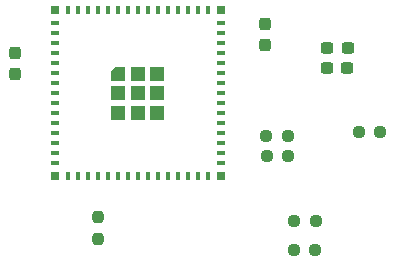
<source format=gbr>
%TF.GenerationSoftware,KiCad,Pcbnew,8.0.6*%
%TF.CreationDate,2025-02-02T15:37:03-07:00*%
%TF.ProjectId,Modular MacroPad,4d6f6475-6c61-4722-904d-6163726f5061,rev?*%
%TF.SameCoordinates,Original*%
%TF.FileFunction,Paste,Top*%
%TF.FilePolarity,Positive*%
%FSLAX46Y46*%
G04 Gerber Fmt 4.6, Leading zero omitted, Abs format (unit mm)*
G04 Created by KiCad (PCBNEW 8.0.6) date 2025-02-02 15:37:03*
%MOMM*%
%LPD*%
G01*
G04 APERTURE LIST*
G04 Aperture macros list*
%AMRoundRect*
0 Rectangle with rounded corners*
0 $1 Rounding radius*
0 $2 $3 $4 $5 $6 $7 $8 $9 X,Y pos of 4 corners*
0 Add a 4 corners polygon primitive as box body*
4,1,4,$2,$3,$4,$5,$6,$7,$8,$9,$2,$3,0*
0 Add four circle primitives for the rounded corners*
1,1,$1+$1,$2,$3*
1,1,$1+$1,$4,$5*
1,1,$1+$1,$6,$7*
1,1,$1+$1,$8,$9*
0 Add four rect primitives between the rounded corners*
20,1,$1+$1,$2,$3,$4,$5,0*
20,1,$1+$1,$4,$5,$6,$7,0*
20,1,$1+$1,$6,$7,$8,$9,0*
20,1,$1+$1,$8,$9,$2,$3,0*%
%AMOutline5P*
0 Free polygon, 5 corners , with rotation*
0 The origin of the aperture is its center*
0 number of corners: always 5*
0 $1 to $10 corner X, Y*
0 $11 Rotation angle, in degrees counterclockwise*
0 create outline with 5 corners*
4,1,5,$1,$2,$3,$4,$5,$6,$7,$8,$9,$10,$1,$2,$11*%
%AMOutline6P*
0 Free polygon, 6 corners , with rotation*
0 The origin of the aperture is its center*
0 number of corners: always 6*
0 $1 to $12 corner X, Y*
0 $13 Rotation angle, in degrees counterclockwise*
0 create outline with 6 corners*
4,1,6,$1,$2,$3,$4,$5,$6,$7,$8,$9,$10,$11,$12,$1,$2,$13*%
%AMOutline7P*
0 Free polygon, 7 corners , with rotation*
0 The origin of the aperture is its center*
0 number of corners: always 7*
0 $1 to $14 corner X, Y*
0 $15 Rotation angle, in degrees counterclockwise*
0 create outline with 7 corners*
4,1,7,$1,$2,$3,$4,$5,$6,$7,$8,$9,$10,$11,$12,$13,$14,$1,$2,$15*%
%AMOutline8P*
0 Free polygon, 8 corners , with rotation*
0 The origin of the aperture is its center*
0 number of corners: always 8*
0 $1 to $16 corner X, Y*
0 $17 Rotation angle, in degrees counterclockwise*
0 create outline with 8 corners*
4,1,8,$1,$2,$3,$4,$5,$6,$7,$8,$9,$10,$11,$12,$13,$14,$15,$16,$1,$2,$17*%
G04 Aperture macros list end*
%ADD10RoundRect,0.237500X-0.250000X-0.237500X0.250000X-0.237500X0.250000X0.237500X-0.250000X0.237500X0*%
%ADD11RoundRect,0.237500X-0.237500X0.300000X-0.237500X-0.300000X0.237500X-0.300000X0.237500X0.300000X0*%
%ADD12RoundRect,0.237500X0.250000X0.237500X-0.250000X0.237500X-0.250000X-0.237500X0.250000X-0.237500X0*%
%ADD13R,0.800000X0.800000*%
%ADD14R,1.200000X1.200000*%
%ADD15Outline5P,-0.600000X0.204000X-0.204000X0.600000X0.600000X0.600000X0.600000X-0.600000X-0.600000X-0.600000X0.000000*%
%ADD16R,0.400000X0.800000*%
%ADD17R,0.800000X0.400000*%
%ADD18RoundRect,0.237500X-0.300000X-0.237500X0.300000X-0.237500X0.300000X0.237500X-0.300000X0.237500X0*%
%ADD19RoundRect,0.237500X0.237500X-0.250000X0.237500X0.250000X-0.237500X0.250000X-0.237500X-0.250000X0*%
G04 APERTURE END LIST*
D10*
%TO.C,R19*%
X132448890Y-69111208D03*
X130623890Y-69111208D03*
%TD*%
D11*
%TO.C,C11*%
X128173890Y-51723708D03*
X128173890Y-49998708D03*
%TD*%
D12*
%TO.C,R21*%
X128336390Y-61161208D03*
X130161390Y-61161208D03*
%TD*%
D10*
%TO.C,R18*%
X137956866Y-59109608D03*
X136131866Y-59109608D03*
%TD*%
D13*
%TO.C,U4*%
X124436390Y-48811208D03*
X124436390Y-62811208D03*
X110436390Y-62811208D03*
X110436390Y-48811208D03*
D14*
X119086390Y-57461208D03*
X119086390Y-55811208D03*
X119086390Y-54161208D03*
X117436390Y-57461208D03*
X117436390Y-55811208D03*
X117436390Y-54161208D03*
X115786390Y-57461208D03*
X115786390Y-55811208D03*
D15*
X115786390Y-54161208D03*
D16*
X111486390Y-48811208D03*
X112336390Y-48811208D03*
X113186390Y-48811208D03*
X114036390Y-48811208D03*
X114886390Y-48811208D03*
X115736390Y-48811208D03*
X116586390Y-48811208D03*
X117436390Y-48811208D03*
X118286390Y-48811208D03*
X119136390Y-48811208D03*
X119986390Y-48811208D03*
X120836390Y-48811208D03*
X121686390Y-48811208D03*
X122536390Y-48811208D03*
X123386390Y-48811208D03*
D17*
X124436390Y-49861208D03*
X124436390Y-50711208D03*
X124436390Y-51561208D03*
X124436390Y-52411208D03*
X124436390Y-53261208D03*
X124436390Y-54111208D03*
X124436390Y-54961208D03*
X124436390Y-55811208D03*
X124436390Y-56661208D03*
X124436390Y-57511208D03*
X124436390Y-58361208D03*
X124436390Y-59211208D03*
X124436390Y-60061208D03*
X124436390Y-60911208D03*
X124436390Y-61761208D03*
D16*
X123386390Y-62811208D03*
X122536390Y-62811208D03*
X121686390Y-62811208D03*
X120836390Y-62811208D03*
X119986390Y-62811208D03*
X119136390Y-62811208D03*
X118286390Y-62811208D03*
X117436390Y-62811208D03*
X116586390Y-62811208D03*
X115736390Y-62811208D03*
X114886390Y-62811208D03*
X114036390Y-62811208D03*
X113186390Y-62811208D03*
X112336390Y-62811208D03*
X111486390Y-62811208D03*
D17*
X110436390Y-61761208D03*
X110436390Y-60911208D03*
X110436390Y-60061208D03*
X110436390Y-59211208D03*
X110436390Y-58361208D03*
X110436390Y-57511208D03*
X110436390Y-56661208D03*
X110436390Y-55811208D03*
X110436390Y-54961208D03*
X110436390Y-54111208D03*
X110436390Y-53261208D03*
X110436390Y-52411208D03*
X110436390Y-51561208D03*
X110436390Y-50711208D03*
X110436390Y-49861208D03*
%TD*%
D18*
%TO.C,C13*%
X135136290Y-53664208D03*
X133411290Y-53664208D03*
%TD*%
D11*
%TO.C,C14*%
X107036390Y-54173708D03*
X107036390Y-52448708D03*
%TD*%
D18*
%TO.C,C12*%
X135211390Y-51987808D03*
X133486390Y-51987808D03*
%TD*%
D19*
%TO.C,R1*%
X114036390Y-66336208D03*
X114036390Y-68161208D03*
%TD*%
D10*
%TO.C,R20*%
X132498890Y-66611208D03*
X130673890Y-66611208D03*
%TD*%
D12*
%TO.C,R23*%
X128323890Y-59411208D03*
X130148890Y-59411208D03*
%TD*%
M02*

</source>
